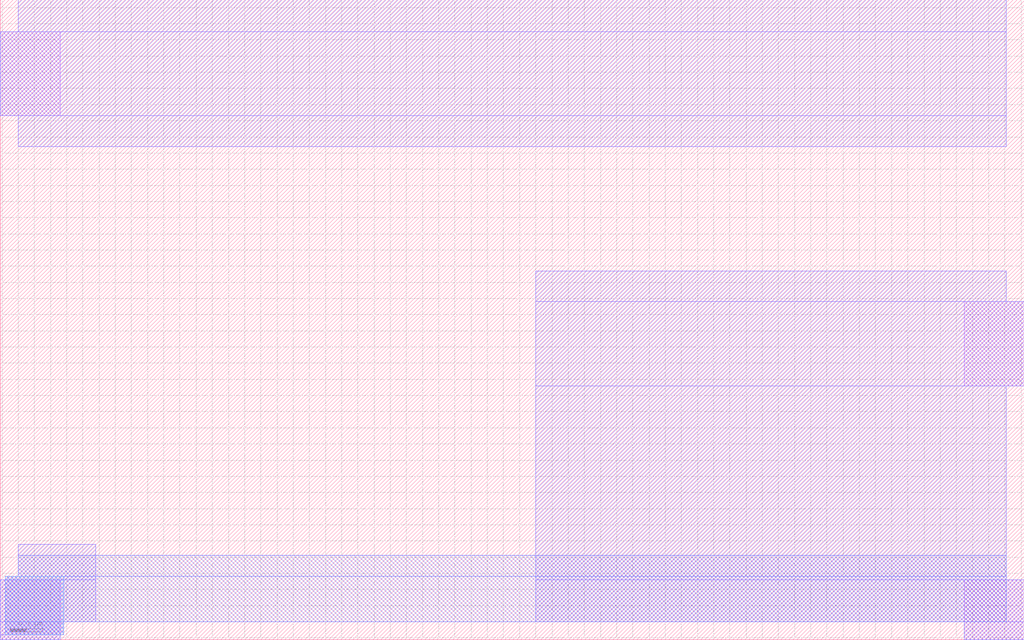
<source format=lef>
# Copyright 2020 The SkyWater PDK Authors
#
# Licensed under the Apache License, Version 2.0 (the "License");
# you may not use this file except in compliance with the License.
# You may obtain a copy of the License at
#
#     https://www.apache.org/licenses/LICENSE-2.0
#
# Unless required by applicable law or agreed to in writing, software
# distributed under the License is distributed on an "AS IS" BASIS,
# WITHOUT WARRANTIES OR CONDITIONS OF ANY KIND, either express or implied.
# See the License for the specific language governing permissions and
# limitations under the License.
#
# SPDX-License-Identifier: Apache-2.0

VERSION 5.7 ;
  NOWIREEXTENSIONATPIN ON ;
  DIVIDERCHAR "/" ;
  BUSBITCHARS "[]" ;
MACRO sky130_fd_bd_sram__sram_dp_colend_swldrv_met23
  CLASS BLOCK ;
  FOREIGN sky130_fd_bd_sram__sram_dp_colend_swldrv_met23 ;
  ORIGIN  0.055000  0.055000 ;
  SIZE  3.165000 BY  1.980000 ;
  OBS
    LAYER met1 ;
      RECT -0.055000 -0.055000 0.130000 0.130000 ;
      RECT -0.055000  1.565000 0.130000 1.825000 ;
      RECT  2.925000 -0.055000 3.110000 0.130000 ;
      RECT  2.925000  0.730000 3.110000 0.990000 ;
    LAYER met2 ;
      RECT -0.055000 -0.055000 0.130000 -0.040000 ;
      RECT -0.055000 -0.040000 0.140000  0.000000 ;
      RECT -0.055000  0.000000 0.240000  0.130000 ;
      RECT -0.055000  1.565000 3.055000  1.825000 ;
      RECT -0.040000  0.130000 0.240000  0.140000 ;
      RECT  0.000000  0.140000 0.240000  0.240000 ;
      RECT  0.000000  1.470000 3.055000  1.565000 ;
      RECT  0.000000  1.825000 3.055000  1.925000 ;
      RECT  1.600000  0.000000 3.110000  0.130000 ;
      RECT  1.600000  0.130000 3.055000  0.730000 ;
      RECT  1.600000  0.730000 3.110000  0.990000 ;
      RECT  1.600000  0.990000 3.055000  1.085000 ;
      RECT  2.925000 -0.055000 3.110000  0.000000 ;
    LAYER met3 ;
      RECT -0.040000 -0.040000 0.140000 0.000000 ;
      RECT -0.040000  0.000000 3.055000 0.140000 ;
      RECT  0.000000  0.140000 3.055000 0.205000 ;
    LAYER via2 ;
      RECT -0.040000 -0.040000 0.140000 0.140000 ;
  END
END sky130_fd_bd_sram__sram_dp_colend_swldrv_met23
END LIBRARY

</source>
